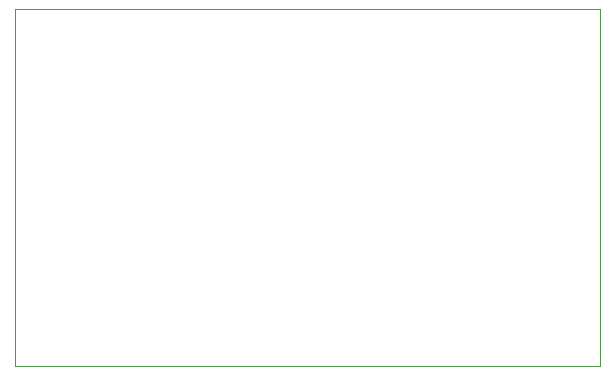
<source format=gbr>
%TF.GenerationSoftware,KiCad,Pcbnew,(5.1.9-0-10_14)*%
%TF.CreationDate,2021-01-04T15:57:10-08:00*%
%TF.ProjectId,PedalBoardStereoAmpTDA7297,50656461-6c42-46f6-9172-645374657265,rev?*%
%TF.SameCoordinates,Original*%
%TF.FileFunction,Profile,NP*%
%FSLAX46Y46*%
G04 Gerber Fmt 4.6, Leading zero omitted, Abs format (unit mm)*
G04 Created by KiCad (PCBNEW (5.1.9-0-10_14)) date 2021-01-04 15:57:10*
%MOMM*%
%LPD*%
G01*
G04 APERTURE LIST*
%TA.AperFunction,Profile*%
%ADD10C,0.050000*%
%TD*%
G04 APERTURE END LIST*
D10*
X60960000Y-65786000D02*
X60960000Y-35560000D01*
X110490000Y-65786000D02*
X60960000Y-65786000D01*
X110490000Y-35560000D02*
X110490000Y-65786000D01*
X60960000Y-35560000D02*
X110490000Y-35560000D01*
M02*

</source>
